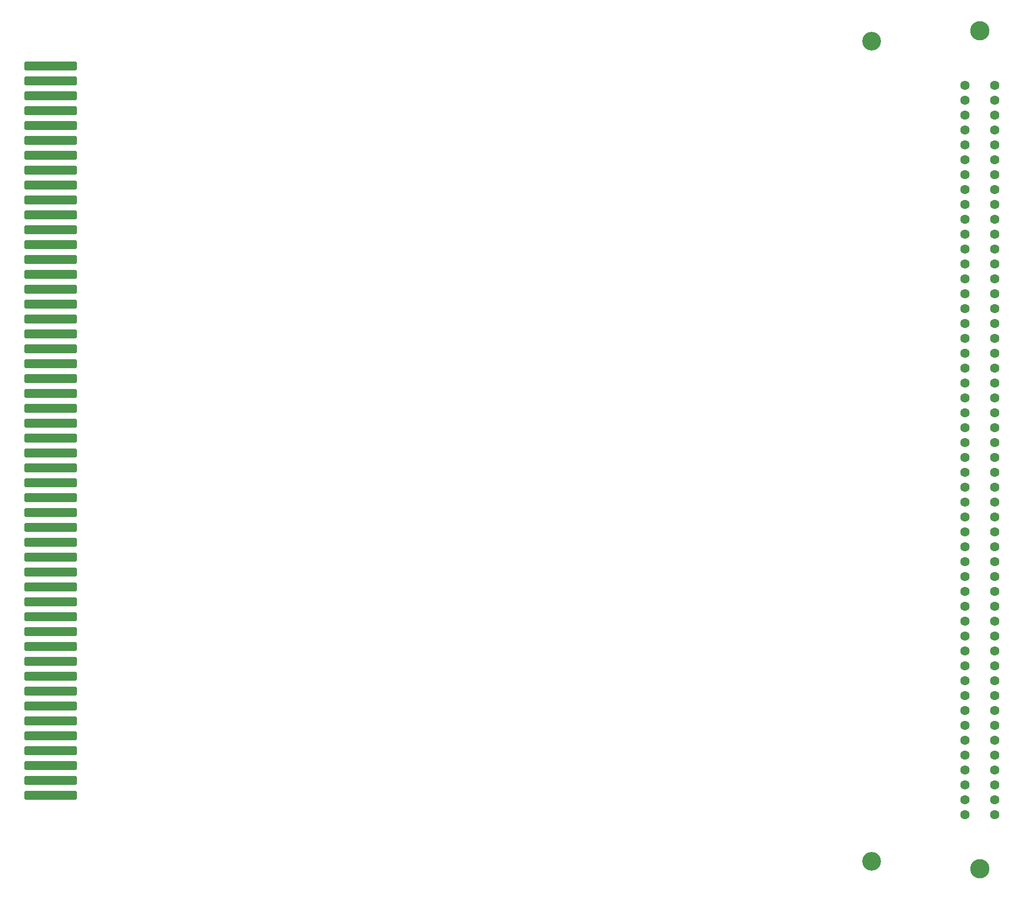
<source format=gts>
G04 #@! TF.GenerationSoftware,KiCad,Pcbnew,(6.0.5-0)*
G04 #@! TF.CreationDate,2022-09-11T11:11:38+09:00*
G04 #@! TF.ProjectId,X68k-BusExtender,5836386b-2d42-4757-9345-7874656e6465,rev?*
G04 #@! TF.SameCoordinates,Original*
G04 #@! TF.FileFunction,Soldermask,Top*
G04 #@! TF.FilePolarity,Negative*
%FSLAX46Y46*%
G04 Gerber Fmt 4.6, Leading zero omitted, Abs format (unit mm)*
G04 Created by KiCad (PCBNEW (6.0.5-0)) date 2022-09-11 11:11:38*
%MOMM*%
%LPD*%
G01*
G04 APERTURE LIST*
G04 Aperture macros list*
%AMRoundRect*
0 Rectangle with rounded corners*
0 $1 Rounding radius*
0 $2 $3 $4 $5 $6 $7 $8 $9 X,Y pos of 4 corners*
0 Add a 4 corners polygon primitive as box body*
4,1,4,$2,$3,$4,$5,$6,$7,$8,$9,$2,$3,0*
0 Add four circle primitives for the rounded corners*
1,1,$1+$1,$2,$3*
1,1,$1+$1,$4,$5*
1,1,$1+$1,$6,$7*
1,1,$1+$1,$8,$9*
0 Add four rect primitives between the rounded corners*
20,1,$1+$1,$2,$3,$4,$5,0*
20,1,$1+$1,$4,$5,$6,$7,0*
20,1,$1+$1,$6,$7,$8,$9,0*
20,1,$1+$1,$8,$9,$2,$3,0*%
G04 Aperture macros list end*
%ADD10C,3.200000*%
%ADD11RoundRect,0.300000X-4.200000X-0.450000X4.200000X-0.450000X4.200000X0.450000X-4.200000X0.450000X0*%
%ADD12C,3.300000*%
%ADD13C,1.600000*%
G04 APERTURE END LIST*
D10*
G04 #@! TO.C,H1*
X173000000Y-27500000D03*
G04 #@! TD*
D11*
G04 #@! TO.C,U1*
X33020000Y-156210000D03*
X33020000Y-153670000D03*
X33020000Y-151130000D03*
X33020000Y-148590000D03*
X33020000Y-146050000D03*
X33020000Y-143510000D03*
X33020000Y-140970000D03*
X33020000Y-138430000D03*
X33020000Y-135890000D03*
X33020000Y-133350000D03*
X33020000Y-130810000D03*
X33020000Y-128270000D03*
X33020000Y-125730000D03*
X33020000Y-123190000D03*
X33020000Y-120650000D03*
X33020000Y-118110000D03*
X33020000Y-115570000D03*
X33020000Y-113030000D03*
X33020000Y-110490000D03*
X33020000Y-107950000D03*
X33020000Y-105410000D03*
X33020000Y-102870000D03*
X33020000Y-100330000D03*
X33020000Y-97790000D03*
X33020000Y-95250000D03*
X33020000Y-92710000D03*
X33020000Y-90170000D03*
X33020000Y-87630000D03*
X33020000Y-85090000D03*
X33020000Y-82550000D03*
X33020000Y-80010000D03*
X33020000Y-77470000D03*
X33020000Y-74930000D03*
X33020000Y-72390000D03*
X33020000Y-69850000D03*
X33020000Y-67310000D03*
X33020000Y-64770000D03*
X33020000Y-62230000D03*
X33020000Y-59690000D03*
X33020000Y-57150000D03*
X33020000Y-54610000D03*
X33020000Y-52070000D03*
X33020000Y-49530000D03*
X33020000Y-46990000D03*
X33020000Y-44450000D03*
X33020000Y-41910000D03*
X33020000Y-39370000D03*
X33020000Y-36830000D03*
X33020000Y-34290000D03*
X33020000Y-31750000D03*
G04 #@! TD*
D10*
G04 #@! TO.C,H2*
X173000000Y-167500000D03*
G04 #@! TD*
D12*
G04 #@! TO.C,U2*
X191516000Y-168782000D03*
X191516000Y-25782000D03*
D13*
X188976000Y-159512000D03*
X188976000Y-156972000D03*
X188976000Y-154432000D03*
X188976000Y-151892000D03*
X188976000Y-149352000D03*
X188976000Y-146812000D03*
X188976000Y-144272000D03*
X188976000Y-141732000D03*
X188976000Y-139192000D03*
X188976000Y-136652000D03*
X188976000Y-134112000D03*
X188976000Y-131572000D03*
X188976000Y-129032000D03*
X188976000Y-126492000D03*
X188976000Y-123952000D03*
X188976000Y-121412000D03*
X188976000Y-118872000D03*
X188976000Y-116332000D03*
X188976000Y-113792000D03*
X188976000Y-111252000D03*
X188976000Y-108712000D03*
X188976000Y-106172000D03*
X188976000Y-103632000D03*
X188976000Y-101092000D03*
X188976000Y-98552000D03*
X188976000Y-96012000D03*
X188976000Y-93472000D03*
X188976000Y-90932000D03*
X188976000Y-88392000D03*
X188976000Y-85852000D03*
X188976000Y-83312000D03*
X188976000Y-80772000D03*
X188976000Y-78232000D03*
X188976000Y-75692000D03*
X188976000Y-73152000D03*
X188976000Y-70612000D03*
X188976000Y-68072000D03*
X188976000Y-65532000D03*
X188976000Y-62992000D03*
X188976000Y-60452000D03*
X188976000Y-57912000D03*
X188976000Y-55372000D03*
X188976000Y-52832000D03*
X188976000Y-50292000D03*
X188976000Y-47752000D03*
X188976000Y-45212000D03*
X188976000Y-42672000D03*
X188976000Y-40132000D03*
X188976000Y-37592000D03*
X188976000Y-35052000D03*
X194056000Y-159512000D03*
X194056000Y-156972000D03*
X194056000Y-154432000D03*
X194056000Y-151892000D03*
X194056000Y-149352000D03*
X194056000Y-146812000D03*
X194056000Y-144272000D03*
X194056000Y-141732000D03*
X194056000Y-139192000D03*
X194056000Y-136652000D03*
X194056000Y-134112000D03*
X194056000Y-131572000D03*
X194056000Y-129032000D03*
X194056000Y-126492000D03*
X194056000Y-123952000D03*
X194056000Y-121412000D03*
X194056000Y-118872000D03*
X194056000Y-116332000D03*
X194056000Y-113792000D03*
X194056000Y-111252000D03*
X194056000Y-108712000D03*
X194056000Y-106172000D03*
X194056000Y-103632000D03*
X194056000Y-101092000D03*
X194056000Y-98552000D03*
X194056000Y-96012000D03*
X194056000Y-93472000D03*
X194056000Y-90932000D03*
X194056000Y-88392000D03*
X194056000Y-85852000D03*
X194056000Y-83312000D03*
X194056000Y-80772000D03*
X194056000Y-78232000D03*
X194056000Y-75692000D03*
X194056000Y-73152000D03*
X194056000Y-70612000D03*
X194056000Y-68072000D03*
X194056000Y-65532000D03*
X194056000Y-62992000D03*
X194056000Y-60452000D03*
X194056000Y-57912000D03*
X194056000Y-55372000D03*
X194056000Y-52832000D03*
X194056000Y-50292000D03*
X194056000Y-47752000D03*
X194056000Y-45212000D03*
X194056000Y-42672000D03*
X194056000Y-40132000D03*
X194056000Y-37592000D03*
X194056000Y-35052000D03*
G04 #@! TD*
M02*

</source>
